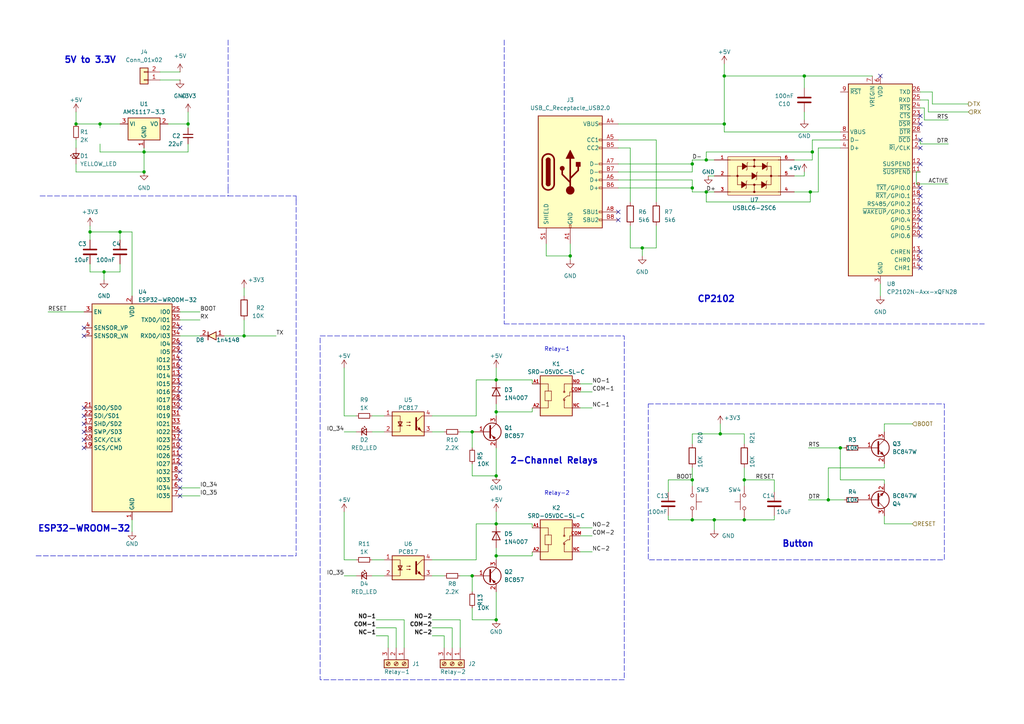
<source format=kicad_sch>
(kicad_sch (version 20231120) (generator "eeschema") (generator_version "8.0")
  (paper "User" 324.993 230.022)
  (title_block (title "ESP32 2 Channel Relays") (date "2024-11-16") (company "Uy"))
  (lib_symbols
    (symbol "+5V_1" (power) (pin_numbers hide) (pin_names (offset 0) hide)
      (property "Value" "+5V" (at 0 3.556 0))
      (symbol "+5V_1_1_1"
        (pin power_in line (at 0 0 90) (length 0) (name "~") (number "1"))
      )
    )
    (symbol "1N4007_1" (pin_numbers hide) (pin_names hide)
      (property "Reference" "D" (at 0 2.54 0))
      (property "Value" "1N4007" (at 0 -2.54 0))
      (symbol "1N4007_1_1_1"
        (pin passive line (at -3.81 0 0) (length 2.54) (name "K") (number "1"))
        (pin passive line (at 3.81 0 180) (length 2.54) (name "A") (number "2"))
      )
    )
    (symbol "1N4007_2" (pin_numbers hide) (pin_names hide)
      (property "Reference" "D" (at 0 2.54 0))
      (property "Value" "1N4007" (at 0 -2.54 0))
      (symbol "1N4007_2_1_1"
        (pin passive line (at -3.81 0 0) (length 2.54) (name "K") (number "1"))
        (pin passive line (at 3.81 0 180) (length 2.54) (name "A") (number "2"))
      )
    )
    (symbol "Connector:Screw_Terminal_01x03" (pin_names (offset 1.016) hide)
      (property "Reference" "J" (at 0 5.08 0))
      (property "Value" "Screw_Terminal_01x03" (at 0 -5.08 0))
      (symbol "Screw_Terminal_01x03_1_1"
        (pin passive line (at -5.08 2.54 0) (length 3.81) (name "Pin_1") (number "1"))
        (pin passive line (at -5.08 0 0) (length 3.81) (name "Pin_2") (number "2"))
        (pin passive line (at -5.08 -2.54 0) (length 3.81) (name "Pin_3") (number "3"))
      )
    )
    (symbol "Connector:USB_C_Receptacle_USB2.0" (pin_names (offset 1.016))
      (property "Reference" "J" (at -10.16 19.05 0))
      (property "Value" "USB_C_Receptacle_USB2.0" (at 19.05 19.05 0))
      (symbol "USB_C_Receptacle_USB2.0_1_1"
        (pin passive line (at 0 -22.86 90) (length 5.08) (name "GND") (number "A1"))
        (pin passive line (at 0 -22.86 90) (length 5.08) hide (name "GND") (number "A12"))
        (pin passive line (at 15.24 15.24 180) (length 5.08) (name "VBUS") (number "A4"))
        (pin bidirectional line (at 15.24 10.16 180) (length 5.08) (name "CC1") (number "A5"))
        (pin bidirectional line (at 15.24 -2.54 180) (length 5.08) (name "D+") (number "A6"))
        (pin bidirectional line (at 15.24 2.54 180) (length 5.08) (name "D-") (number "A7"))
        (pin bidirectional line (at 15.24 -12.7 180) (length 5.08) (name "SBU1") (number "A8"))
        (pin passive line (at 15.24 15.24 180) (length 5.08) hide (name "VBUS") (number "A9"))
        (pin passive line (at 0 -22.86 90) (length 5.08) hide (name "GND") (number "B1"))
        (pin passive line (at 0 -22.86 90) (length 5.08) hide (name "GND") (number "B12"))
        (pin passive line (at 15.24 15.24 180) (length 5.08) hide (name "VBUS") (number "B4"))
        (pin bidirectional line (at 15.24 7.62 180) (length 5.08) (name "CC2") (number "B5"))
        (pin bidirectional line (at 15.24 -5.08 180) (length 5.08) (name "D+") (number "B6"))
        (pin bidirectional line (at 15.24 0 180) (length 5.08) (name "D-") (number "B7"))
        (pin bidirectional line (at 15.24 -15.24 180) (length 5.08) (name "SBU2") (number "B8"))
        (pin passive line (at 15.24 15.24 180) (length 5.08) hide (name "VBUS") (number "B9"))
        (pin passive line (at -7.62 -22.86 90) (length 5.08) (name "SHIELD") (number "S1"))
      )
    )
    (symbol "Device:C" (pin_numbers hide) (pin_names (offset 0.254))
      (property "Reference" "C" (at 0.635 2.54 0))
      (property "Value" "C" (at 0.635 -2.54 0))
      (symbol "C_1_1"
        (pin passive line (at 0 3.81 270) (length 2.794) (name "~") (number "1"))
        (pin passive line (at 0 -3.81 90) (length 2.794) (name "~") (number "2"))
      )
    )
    (symbol "Device:C_Small" (pin_numbers hide) (pin_names (offset 0.254) hide)
      (property "Reference" "C" (at 0.254 1.778 0))
      (property "Value" "C_Small" (at 0.254 -2.032 0))
      (symbol "C_Small_1_1"
        (pin passive line (at 0 2.54 270) (length 2.032) (name "~") (number "1"))
        (pin passive line (at 0 -2.54 90) (length 2.032) (name "~") (number "2"))
      )
    )
    (symbol "Device:LED_Small" (pin_numbers hide) (pin_names (offset 0.254) hide)
      (property "Reference" "D" (at -1.27 3.175 0))
      (property "Value" "LED_Small" (at -4.445 -2.54 0))
      (symbol "LED_Small_1_1"
        (pin passive line (at -2.54 0 0) (length 1.778) (name "K") (number "1"))
        (pin passive line (at 2.54 0 180) (length 1.778) (name "A") (number "2"))
      )
    )
    (symbol "Device:R" (pin_numbers hide) (pin_names (offset 0))
      (property "Reference" "R" (at 2.032 0 90))
      (property "Value" "R" (at 0 0 90))
      (symbol "R_1_1"
        (pin passive line (at 0 3.81 270) (length 1.27) (name "~") (number "1"))
        (pin passive line (at 0 -3.81 90) (length 1.27) (name "~") (number "2"))
      )
    )
    (symbol "Device:R_Small" (pin_numbers hide) (pin_names (offset 0.254) hide)
      (property "Reference" "R" (at 0.762 0.508 0))
      (property "Value" "R_Small" (at 0.762 -1.016 0))
      (symbol "R_Small_1_1"
        (pin passive line (at 0 2.54 270) (length 0.762) (name "~") (number "1"))
        (pin passive line (at 0 -2.54 90) (length 0.762) (name "~") (number "2"))
      )
    )
    (symbol "GND_1" (power) (pin_numbers hide) (pin_names (offset 0) hide)
      (property "Value" "GND" (at 0 -3.81 0))
      (symbol "GND_1_1_1"
        (pin power_in line (at 0 0 270) (length 0) (name "~") (number "1"))
      )
    )
    (symbol "IVS_SYMBOLS:D_Diode"
      (property "Reference" "D" (at 0 2.54 0))
      (property "Value" "D_Diode" (at 0 -2.54 0))
      (symbol "D_Diode_1_1"
        (pin passive line (at 5.08 0 180) (length 2.54) (name "") (number "1"))
        (pin passive line (at -2.54 0 0) (length 2.54) (name "") (number "2"))
      )
    )
    (symbol "IVS_SYMBOLS:USBLC6-2SC6" (pin_names (offset 1.016))
      (property "Reference" "U" (at -7.874 6.604 0))
      (property "Value" "USBLC6-2SC6" (at -7.366 -7.366 0))
      (symbol "USBLC6-2SC6_0_0"
        (pin bidirectional line (at -12.7 5.08 0) (length 5.08) (name "~") (number "1"))
        (pin power_in line (at -12.7 0 0) (length 5.08) (name "~") (number "2"))
        (pin bidirectional line (at -12.7 -5.08 0) (length 5.08) (name "~") (number "3"))
        (pin bidirectional line (at 12.7 -5.08 180) (length 5.08) (name "~") (number "4"))
        (pin power_in line (at 12.7 0 180) (length 5.08) (name "~") (number "5"))
        (pin bidirectional line (at 12.7 5.08 180) (length 5.08) (name "~") (number "6"))
      )
    )
    (symbol "Interface_USB:CP2102N-Axx-xQFN28"
      (property "Reference" "U" (at -8.89 31.75 0))
      (property "Value" "CP2102N-Axx-xQFN28" (at 12.7 31.75 0))
      (symbol "CP2102N-Axx-xQFN28_1_1"
        (pin input line (at 12.7 12.7 180) (length 2.54) (name "~{DCD}") (number "1"))
        (pin no_connect line (at -10.16 -27.94 0) (length 2.54) hide (name "NC") (number "10"))
        (pin output line (at 12.7 2.54 180) (length 2.54) (name "~{SUSPEND}") (number "11"))
        (pin output line (at 12.7 5.08 180) (length 2.54) (name "SUSPEND") (number "12"))
        (pin output line (at 12.7 -22.86 180) (length 2.54) (name "CHREN") (number "13"))
        (pin output line (at 12.7 -27.94 180) (length 2.54) (name "CHR1") (number "14"))
        (pin output line (at 12.7 -25.4 180) (length 2.54) (name "CHR0") (number "15"))
        (pin bidirectional line (at 12.7 -10.16 180) (length 2.54) (name "~{WAKEUP}/GPIO.3") (number "16"))
        (pin bidirectional line (at 12.7 -7.62 180) (length 2.54) (name "RS485/GPIO.2") (number "17"))
        (pin bidirectional line (at 12.7 -5.08 180) (length 2.54) (name "~{RXT}/GPIO.1") (number "18"))
        (pin bidirectional line (at 12.7 -2.54 180) (length 2.54) (name "~{TXT}/GPIO.0") (number "19"))
        (pin bidirectional line (at 12.7 10.16 180) (length 2.54) (name "~{RI}/CLK") (number "2"))
        (pin bidirectional line (at 12.7 -17.78 180) (length 2.54) (name "GPIO.6") (number "20"))
        (pin bidirectional line (at 12.7 -15.24 180) (length 2.54) (name "GPIO.5") (number "21"))
        (pin bidirectional line (at 12.7 -12.7 180) (length 2.54) (name "GPIO.4") (number "22"))
        (pin input line (at 12.7 20.32 180) (length 2.54) (name "~{CTS}") (number "23"))
        (pin output line (at 12.7 22.86 180) (length 2.54) (name "~{RTS}") (number "24"))
        (pin input line (at 12.7 25.4 180) (length 2.54) (name "RXD") (number "25"))
        (pin output line (at 12.7 27.94 180) (length 2.54) (name "TXD") (number "26"))
        (pin input line (at 12.7 17.78 180) (length 2.54) (name "~{DSR}") (number "27"))
        (pin output line (at 12.7 15.24 180) (length 2.54) (name "~{DTR}") (number "28"))
        (pin passive line (at 0 -33.02 90) (length 2.54) hide (name "GND") (number "29"))
        (pin power_in line (at 0 -33.02 90) (length 2.54) (name "GND") (number "3"))
        (pin bidirectional line (at -12.7 10.16 0) (length 2.54) (name "D+") (number "4"))
        (pin bidirectional line (at -12.7 12.7 0) (length 2.54) (name "D-") (number "5"))
        (pin power_in line (at 0 33.02 270) (length 2.54) (name "VDD") (number "6"))
        (pin power_in line (at -2.54 33.02 270) (length 2.54) (name "VREGIN") (number "7"))
        (pin input line (at -12.7 15.24 0) (length 2.54) (name "VBUS") (number "8"))
        (pin input line (at -12.7 27.94 0) (length 2.54) (name "~{RST}") (number "9"))
      )
    )
    (symbol "PC817_1" (pin_names (offset 1.016))
      (property "Reference" "U" (at -5.08 5.08 0))
      (property "Value" "PC817" (at 0 5.08 0))
      (symbol "PC817_1_1_1"
        (pin passive line (at -7.62 2.54 0) (length 2.54) (name "~") (number "1"))
        (pin passive line (at -7.62 -2.54 0) (length 2.54) (name "~") (number "2"))
        (pin passive line (at 7.62 -2.54 180) (length 2.54) (name "~") (number "3"))
        (pin passive line (at 7.62 2.54 180) (length 2.54) (name "~") (number "4"))
      )
    )
    (symbol "PC817_2" (pin_names (offset 1.016))
      (property "Reference" "U" (at -5.08 5.08 0))
      (property "Value" "PC817" (at 0 5.08 0))
      (symbol "PC817_2_1_1"
        (pin passive line (at -7.62 2.54 0) (length 2.54) (name "~") (number "1"))
        (pin passive line (at -7.62 -2.54 0) (length 2.54) (name "~") (number "2"))
        (pin passive line (at 7.62 -2.54 180) (length 2.54) (name "~") (number "3"))
        (pin passive line (at 7.62 2.54 180) (length 2.54) (name "~") (number "4"))
      )
    )
    (symbol "SRD-05VDC-SL-C_1" (pin_names (offset 1.016))
      (property "Reference" "K" (at -5.0809 5.843 0))
      (property "Value" "SRD-05VDC-SL-C" (at -5.0832 -10.1664 0))
      (symbol "SRD-05VDC-SL-C_1_0_0"
        (pin passive line (at -7.62 2.54 0) (length 2.54) (name "~") (number "A1"))
        (pin passive line (at -7.62 -5.08 0) (length 2.54) (name "~") (number "A2"))
        (pin passive line (at 7.62 0 180) (length 2.54) (name "~") (number "COM"))
        (pin passive line (at 7.62 -5.08 180) (length 2.54) (name "~") (number "NC"))
        (pin passive line (at 7.62 2.54 180) (length 2.54) (name "~") (number "NO"))
      )
    )
    (symbol "SRD-05VDC-SL-C_2" (pin_names (offset 1.016))
      (property "Reference" "K" (at -5.0809 5.843 0))
      (property "Value" "SRD-05VDC-SL-C" (at -5.0832 -10.1664 0))
      (symbol "SRD-05VDC-SL-C_2_0_0"
        (pin passive line (at -7.62 2.54 0) (length 2.54) (name "~") (number "A1"))
        (pin passive line (at -7.62 -5.08 0) (length 2.54) (name "~") (number "A2"))
        (pin passive line (at 7.62 0 180) (length 2.54) (name "~") (number "COM"))
        (pin passive line (at 7.62 -5.08 180) (length 2.54) (name "~") (number "NC"))
        (pin passive line (at 7.62 2.54 180) (length 2.54) (name "~") (number "NO"))
      )
    )
    (symbol "Switch:SW_Push" (pin_numbers hide) (pin_names (offset 1.016) hide)
      (property "Reference" "SW" (at 1.27 2.54 0))
      (property "Value" "SW_Push" (at 0 -1.524 0))
      (symbol "SW_Push_0_1"
        (pin passive line (at -5.08 0 0) (length 2.54) (name "1") (number "1"))
        (pin passive line (at 5.08 0 180) (length 2.54) (name "2") (number "2"))
      )
    )
    (symbol "Transistor_BJT:BC847W" (pin_names (offset 0) hide)
      (property "Reference" "Q" (at 5.08 1.905 0))
      (property "Value" "BC847W" (at 5.08 0 0))
      (symbol "BC847W_1_1"
        (pin input line (at -5.08 0 0) (length 5.715) (name "B") (number "1"))
        (pin passive line (at 2.54 -5.08 90) (length 2.54) (name "E") (number "2"))
        (pin passive line (at 2.54 5.08 270) (length 2.54) (name "C") (number "3"))
      )
    )
    (symbol "Transistor_BJT:BC857" (pin_names (offset 0) hide)
      (property "Reference" "Q" (at 5.08 1.905 0))
      (property "Value" "BC857" (at 5.08 0 0))
      (symbol "BC857_1_1"
        (pin input line (at -5.08 0 0) (length 5.715) (name "B") (number "1"))
        (pin passive line (at 2.54 -5.08 90) (length 2.54) (name "E") (number "2"))
        (pin passive line (at 2.54 5.08 270) (length 2.54) (name "C") (number "3"))
      )
    )
    (symbol "TrungThao7112024:Conn_01x02" (pin_names (offset 1.016) hide)
      (property "Reference" "J" (at 0 2.54 0))
      (property "Value" "Conn_01x02" (at 0 -5.08 0))
      (symbol "Conn_01x02_1_1"
        (pin passive line (at -5.08 0 0) (length 3.81) (name "Pin_1") (number "1"))
        (pin passive line (at -5.08 -2.54 0) (length 3.81) (name "Pin_2") (number "2"))
      )
    )
    (symbol "local_lib:AMS1117-3.3"
      (property "Reference" "U" (at -3.81 3.175 0))
      (property "Value" "AMS1117-3.3" (at 0 3.175 0))
      (symbol "AMS1117-3.3_1_1"
        (pin power_in line (at 0 -7.62 90) (length 2.54) (name "GND") (number "1"))
        (pin power_out line (at 7.62 0 180) (length 2.54) (name "VO") (number "2"))
        (pin power_in line (at -7.62 0 0) (length 2.54) (name "VI") (number "3"))
      )
    )
    (symbol "local_lib:ESP32-WROOM-32"
      (property "Reference" "U" (at -12.7 34.29 0))
      (property "Value" "ESP32-WROOM-32" (at 1.27 34.29 0))
      (symbol "ESP32-WROOM-32_1_1"
        (pin power_in line (at 0 -35.56 90) (length 2.54) (name "GND") (number "1"))
        (pin bidirectional line (at 15.24 -12.7 180) (length 2.54) (name "IO25") (number "10"))
        (pin bidirectional line (at 15.24 -15.24 180) (length 2.54) (name "IO26") (number "11"))
        (pin bidirectional line (at 15.24 -17.78 180) (length 2.54) (name "IO27") (number "12"))
        (pin bidirectional line (at 15.24 10.16 180) (length 2.54) (name "IO14") (number "13"))
        (pin bidirectional line (at 15.24 15.24 180) (length 2.54) (name "IO12") (number "14"))
        (pin passive line (at 0 -35.56 90) (length 2.54) hide (name "GND") (number "15"))
        (pin bidirectional line (at 15.24 12.7 180) (length 2.54) (name "IO13") (number "16"))
        (pin bidirectional line (at -15.24 -5.08 0) (length 2.54) (name "SHD/SD2") (number "17"))
        (pin bidirectional line (at -15.24 -7.62 0) (length 2.54) (name "SWP/SD3") (number "18"))
        (pin bidirectional line (at -15.24 -12.7 0) (length 2.54) (name "SCS/CMD") (number "19"))
        (pin power_in line (at 0 35.56 270) (length 2.54) (name "VDD") (number "2"))
        (pin bidirectional line (at -15.24 -10.16 0) (length 2.54) (name "SCK/CLK") (number "20"))
        (pin bidirectional line (at -15.24 0 0) (length 2.54) (name "SDO/SD0") (number "21"))
        (pin bidirectional line (at -15.24 -2.54 0) (length 2.54) (name "SDI/SD1") (number "22"))
        (pin bidirectional line (at 15.24 7.62 180) (length 2.54) (name "IO15") (number "23"))
        (pin bidirectional line (at 15.24 25.4 180) (length 2.54) (name "IO2") (number "24"))
        (pin bidirectional line (at 15.24 30.48 180) (length 2.54) (name "IO0") (number "25"))
        (pin bidirectional line (at 15.24 20.32 180) (length 2.54) (name "IO4") (number "26"))
        (pin bidirectional line (at 15.24 5.08 180) (length 2.54) (name "IO16") (number "27"))
        (pin bidirectional line (at 15.24 2.54 180) (length 2.54) (name "IO17") (number "28"))
        (pin bidirectional line (at 15.24 17.78 180) (length 2.54) (name "IO5") (number "29"))
        (pin input line (at -15.24 30.48 0) (length 2.54) (name "EN") (number "3"))
        (pin bidirectional line (at 15.24 0 180) (length 2.54) (name "IO18") (number "30"))
        (pin bidirectional line (at 15.24 -2.54 180) (length 2.54) (name "IO19") (number "31"))
        (pin no_connect line (at -12.7 -27.94 0) (length 2.54) hide (name "NC") (number "32"))
        (pin bidirectional line (at 15.24 -5.08 180) (length 2.54) (name "IO21") (number "33"))
        (pin bidirectional line (at 15.24 22.86 180) (length 2.54) (name "RXD0/IO3") (number "34"))
        (pin bidirectional line (at 15.24 27.94 180) (length 2.54) (name "TXD0/IO1") (number "35"))
        (pin bidirectional line (at 15.24 -7.62 180) (length 2.54) (name "IO22") (number "36"))
        (pin bidirectional line (at 15.24 -10.16 180) (length 2.54) (name "IO23") (number "37"))
        (pin passive line (at 0 -35.56 90) (length 2.54) hide (name "GND") (number "38"))
        (pin passive line (at 0 -35.56 90) (length 2.54) hide (name "GND") (number "39"))
        (pin input line (at -15.24 25.4 0) (length 2.54) (name "SENSOR_VP") (number "4"))
        (pin input line (at -15.24 22.86 0) (length 2.54) (name "SENSOR_VN") (number "5"))
        (pin input line (at 15.24 -25.4 180) (length 2.54) (name "IO34") (number "6"))
        (pin input line (at 15.24 -27.94 180) (length 2.54) (name "IO35") (number "7"))
        (pin bidirectional line (at 15.24 -20.32 180) (length 2.54) (name "IO32") (number "8"))
        (pin bidirectional line (at 15.24 -22.86 180) (length 2.54) (name "IO33") (number "9"))
      )
    )
    (symbol "power:+3.3V" (power) (pin_names (offset 0))
      (property "Value" "+3.3V" (at 0 3.556 0))
      (symbol "+3.3V_1_1"
        (pin power_in line (at 0 0 90) (length 0) hide (name "+3.3V") (number "1"))
      )
    )
    (symbol "power:+3V3" (power) (pin_names (offset 0))
      (property "Value" "+3V3" (at 0 3.556 0))
      (symbol "+3V3_1_1"
        (pin power_in line (at 0 0 90) (length 0) hide (name "+3V3") (number "1"))
      )
    )
    (symbol "power:+5V" (power) (pin_names (offset 0))
      (property "Value" "+5V" (at 0 3.556 0))
      (symbol "+5V_1_1"
        (pin power_in line (at 0 0 90) (length 0) hide (name "+5V") (number "1"))
      )
    )
    (symbol "power:GND" (power) (pin_names (offset 0))
      (property "Value" "GND" (at 0 -3.81 0))
      (symbol "GND_1_1"
        (pin power_in line (at 0 0 270) (length 0) hide (name "GND") (number "1"))
      )
    )
  )
  (junction (at 45.72 48.26))
  (junction (at 77.47 106.68))
  (junction (at 236.22 165.1))
  (junction (at 149.86 137.16))
  (junction (at 229.87 24.13))
  (junction (at 255.27 24.13))
  (junction (at 24.13 39.37))
  (junction (at 266.7 142.24))
  (junction (at 229.87 39.37))
  (junction (at 226.695 165.1))
  (junction (at 157.48 151.13))
  (junction (at 38.1 73.66))
  (junction (at 45.72 54.61))
  (junction (at 224.155 60.96))
  (junction (at 236.22 152.4))
  (junction (at 224.155 50.8))
  (junction (at 180.975 81.28))
  (junction (at 219.71 165.1))
  (junction (at 262.89 158.75))
  (junction (at 219.71 52.07))
  (junction (at 228.6 137.795))
  (junction (at 157.48 196.85))
  (junction (at 31.75 39.37))
  (junction (at 157.48 120.65))
  (junction (at 257.175 60.96))
  (junction (at 157.48 130.81))
  (junction (at 157.48 166.37))
  (junction (at 219.71 152.4))
  (junction (at 28.575 73.66))
  (junction (at 219.71 59.69))
  (junction (at 157.48 176.53))
  (junction (at 257.81 48.26))
  (junction (at 149.86 182.88))
  (junction (at 203.835 78.74))
  (junction (at 59.69 39.37))
  (junction (at 33.02 86.36))
  (no_connect (at 57.15 121.92))
  (no_connect (at 292.1 64.77))
  (no_connect (at 292.1 69.85))
  (no_connect (at 26.67 137.16))
  (no_connect (at 292.1 46.99))
  (no_connect (at 57.15 154.94))
  (no_connect (at 57.15 119.38))
  (no_connect (at 292.1 59.69))
  (no_connect (at 26.67 106.68))
  (no_connect (at 57.15 104.14))
  (no_connect (at 57.15 111.76))
  (no_connect (at 57.15 109.22))
  (no_connect (at 57.15 149.86))
  (no_connect (at 292.1 62.23))
  (no_connect (at 292.1 52.07))
  (no_connect (at 57.15 129.54))
  (no_connect (at 57.15 142.24))
  (no_connect (at 292.1 44.45))
  (no_connect (at 292.1 36.83))
  (no_connect (at 57.15 124.46))
  (no_connect (at 292.1 67.31))
  (no_connect (at 26.67 104.14))
  (no_connect (at 57.15 127))
  (no_connect (at 57.15 152.4))
  (no_connect (at 292.1 72.39))
  (no_connect (at 57.15 116.84))
  (no_connect (at 26.67 142.24))
  (no_connect (at 279.4 24.13))
  (no_connect (at 57.15 157.48))
  (no_connect (at 292.1 74.93))
  (no_connect (at 292.1 80.01))
  (no_connect (at 292.1 85.09))
  (no_connect (at 26.67 139.7))
  (no_connect (at 196.215 67.31))
  (no_connect (at 26.67 129.54))
  (no_connect (at 57.15 144.78))
  (no_connect (at 26.67 132.08))
  (no_connect (at 292.1 82.55))
  (no_connect (at 57.15 114.3))
  (no_connect (at 292.1 39.37))
  (no_connect (at 26.67 134.62))
  (no_connect (at 57.15 147.32))
  (no_connect (at 57.15 137.16))
  (no_connect (at 196.215 69.85))
  (no_connect (at 57.15 139.7))
  (wire (pts (xy 257.81 44.45) (xy 266.7 44.45)))
  (wire (pts (xy 196.215 57.15) (xy 219.71 57.15)))
  (wire (pts (xy 123.19 201.93) (xy 123.19 205.74)))
  (wire (pts (xy 24.13 44.45) (xy 24.13 46.99)))
  (wire (pts (xy 219.71 164.465) (xy 219.71 165.1)))
  (wire (pts (xy 229.87 24.13) (xy 229.87 39.37)))
  (wire (pts (xy 149.86 193.04) (xy 149.86 196.85)))
  (wire (pts (xy 219.71 165.1) (xy 226.695 165.1)))
  (wire (pts (xy 118.11 132.08) (xy 121.92 132.08)))
  (wire (pts (xy 266.7 142.24) (xy 266.7 152.4)))
  (wire (pts (xy 212.09 163.83) (xy 212.09 165.1)))
  (wire (pts (xy 77.47 106.68) (xy 87.63 106.68)))
  (wire (pts (xy 228.6 134.62) (xy 228.6 137.795)))
  (wire (pts (xy 184.15 167.64) (xy 187.96 167.64)))
  (wire (pts (xy 57.15 106.68) (xy 63.5 106.68)))
  (wire (pts (xy 219.71 137.795) (xy 228.6 137.795)))
  (wire (pts (xy 212.09 165.1) (xy 219.71 165.1)))
  (wire (pts (xy 128.27 196.85) (xy 128.27 205.74)))
  (wire (pts (xy 157.48 142.24) (xy 157.48 151.13)))
  (wire (pts (xy 57.15 99.06) (xy 63.5 99.06)))
  (wire (pts (xy 224.155 50.8) (xy 219.71 50.8)))
  (polyline (pts (xy 72.39 62.23) (xy 93.98 62.23)) (stroke (width 0) (type dash)))
  (polyline (pts (xy 160.02 12.7) (xy 160.02 102.87)) (stroke (width 0) (type dash)))
  (wire (pts (xy 257.175 64.135) (xy 257.175 60.96)))
  (wire (pts (xy 255.27 54.61) (xy 255.27 55.88)))
  (wire (pts (xy 180.975 81.28) (xy 180.975 77.47)))
  (wire (pts (xy 293.37 34.29) (xy 293.37 38.1)))
  (wire (pts (xy 50.8 22.86) (xy 57.15 22.86)))
  (wire (pts (xy 137.16 132.08) (xy 151.13 132.08)))
  (wire (pts (xy 50.8 25.4) (xy 57.15 25.4)))
  (wire (pts (xy 146.05 196.85) (xy 146.05 205.74)))
  (wire (pts (xy 33.02 86.36) (xy 33.02 88.9)))
  (wire (pts (xy 229.87 39.37) (xy 229.87 41.91)))
  (wire (pts (xy 57.15 157.48) (xy 63.5 157.48)))
  (wire (pts (xy 28.575 73.66) (xy 38.1 73.66)))
  (wire (pts (xy 119.38 201.93) (xy 123.19 201.93)))
  (wire (pts (xy 157.48 128.27) (xy 157.48 130.81)))
  (wire (pts (xy 173.355 77.47) (xy 173.355 81.28)))
  (wire (pts (xy 290.83 54.61) (xy 290.83 58.42)))
  (wire (pts (xy 157.48 176.53) (xy 157.48 177.8)))
  (wire (pts (xy 280.67 166.37) (xy 289.56 166.37)))
  (wire (pts (xy 24.13 52.07) (xy 24.13 54.61)))
  (wire (pts (xy 125.73 199.39) (xy 125.73 205.74)))
  (wire (pts (xy 38.1 39.37) (xy 31.75 39.37)))
  (wire (pts (xy 224.155 48.26) (xy 257.81 48.26)))
  (wire (pts (xy 226.695 60.96) (xy 224.155 60.96)))
  (wire (pts (xy 245.745 156.21) (xy 245.745 152.4)))
  (wire (pts (xy 77.47 101.6) (xy 77.47 106.68)))
  (wire (pts (xy 294.64 31.75) (xy 294.64 35.56)))
  (wire (pts (xy 257.81 50.8) (xy 257.81 48.26)))
  (wire (pts (xy 41.91 73.66) (xy 41.91 93.98)))
  (wire (pts (xy 292.1 34.29) (xy 293.37 34.29)))
  (polyline (pts (xy 93.98 62.23) (xy 93.98 63.5)) (stroke (width 0) (type dash)))
  (wire (pts (xy 255.27 35.56) (xy 255.27 38.1)))
  (wire (pts (xy 168.91 130.81) (xy 157.48 130.81)))
  (wire (pts (xy 292.1 45.72) (xy 300.99 45.72)))
  (wire (pts (xy 168.91 121.92) (xy 168.91 120.65)))
  (wire (pts (xy 184.15 129.54) (xy 187.96 129.54)))
  (wire (pts (xy 57.15 101.6) (xy 63.5 101.6)))
  (wire (pts (xy 295.91 29.21) (xy 295.91 33.02)))
  (wire (pts (xy 236.22 152.4) (xy 245.745 152.4)))
  (wire (pts (xy 212.09 152.4) (xy 219.71 152.4)))
  (wire (pts (xy 295.91 33.02) (xy 307.34 33.02)))
  (wire (pts (xy 208.28 78.74) (xy 203.835 78.74)))
  (wire (pts (xy 280.67 148.59) (xy 280.67 147.32)))
  (wire (pts (xy 57.15 154.94) (xy 63.5 154.94)))
  (wire (pts (xy 168.91 175.26) (xy 168.91 176.53)))
  (wire (pts (xy 280.67 148.59) (xy 262.89 148.59)))
  (wire (pts (xy 137.16 137.16) (xy 140.97 137.16)))
  (wire (pts (xy 219.71 152.4) (xy 219.71 154.305)))
  (polyline (pts (xy 11.43 176.53) (xy 93.98 176.53)) (stroke (width 0) (type dash)))
  (wire (pts (xy 236.22 140.97) (xy 236.22 137.795)))
  (wire (pts (xy 245.745 163.83) (xy 245.745 165.1)))
  (wire (pts (xy 280.67 134.62) (xy 289.56 134.62)))
  (wire (pts (xy 146.05 182.88) (xy 149.86 182.88)))
  (wire (pts (xy 200.025 64.135) (xy 200.025 46.99)))
  (wire (pts (xy 38.1 73.66) (xy 41.91 73.66)))
  (wire (pts (xy 24.13 35.56) (xy 24.13 39.37)))
  (wire (pts (xy 266.7 46.99) (xy 259.715 46.99)))
  (wire (pts (xy 146.05 137.16) (xy 149.86 137.16)))
  (polyline (pts (xy 160.02 102.87) (xy 312.42 102.87)) (stroke (width 0) (type dash)))
  (polyline (pts (xy 12.7 62.23) (xy 72.39 62.23)) (stroke (width 0) (type dash)))
  (wire (pts (xy 184.15 175.26) (xy 187.96 175.26)))
  (wire (pts (xy 59.69 35.56) (xy 59.69 39.37)))
  (wire (pts (xy 24.13 39.37) (xy 31.75 39.37)))
  (wire (pts (xy 26.67 99.06) (xy 15.24 99.06)))
  (wire (pts (xy 257.81 44.45) (xy 257.81 48.26)))
  (wire (pts (xy 279.4 90.17) (xy 279.4 93.98)))
  (wire (pts (xy 41.91 165.1) (xy 41.91 168.91)))
  (wire (pts (xy 157.48 173.99) (xy 157.48 176.53)))
  (wire (pts (xy 109.22 137.16) (xy 113.03 137.16)))
  (wire (pts (xy 256.54 142.24) (xy 266.7 142.24)))
  (wire (pts (xy 280.67 163.83) (xy 280.67 166.37)))
  (wire (pts (xy 45.72 48.26) (xy 45.72 54.61)))
  (wire (pts (xy 200.025 78.74) (xy 203.835 78.74)))
  (wire (pts (xy 255.27 55.88) (xy 252.095 55.88)))
  (wire (pts (xy 212.09 152.4) (xy 212.09 156.21)))
  (wire (pts (xy 229.87 39.37) (xy 196.215 39.37)))
  (wire (pts (xy 224.155 50.8) (xy 224.155 48.26)))
  (wire (pts (xy 168.91 166.37) (xy 157.48 166.37)))
  (polyline (pts (xy 72.39 12.7) (xy 72.39 59.69)) (stroke (width 0) (type dash)))
  (wire (pts (xy 149.86 151.13) (xy 157.48 151.13)))
  (wire (pts (xy 184.15 170.18) (xy 187.96 170.18)))
  (wire (pts (xy 203.835 78.74) (xy 203.835 81.28)))
  (wire (pts (xy 236.22 152.4) (xy 236.22 154.305)))
  (wire (pts (xy 45.72 48.26) (xy 59.69 48.26)))
  (wire (pts (xy 168.91 120.65) (xy 157.48 120.65)))
  (wire (pts (xy 168.91 176.53) (xy 157.48 176.53)))
  (wire (pts (xy 128.27 196.85) (xy 119.38 196.85)))
  (wire (pts (xy 137.16 201.93) (xy 140.97 201.93)))
  (wire (pts (xy 280.67 137.16) (xy 280.67 134.62)))
  (wire (pts (xy 38.1 73.66) (xy 38.1 76.2)))
  (wire (pts (xy 262.89 148.59) (xy 262.89 158.75)))
  (wire (pts (xy 140.97 201.93) (xy 140.97 205.74)))
  (wire (pts (xy 292.1 31.75) (xy 294.64 31.75)))
  (wire (pts (xy 219.71 57.15) (xy 219.71 59.69)))
  (wire (pts (xy 226.695 50.8) (xy 224.155 50.8)))
  (wire (pts (xy 109.22 182.88) (xy 113.03 182.88)))
  (wire (pts (xy 180.975 81.28) (xy 180.975 82.55)))
  (wire (pts (xy 219.71 148.59) (xy 219.71 152.4)))
  (wire (pts (xy 109.22 116.84) (xy 109.22 132.08)))
  (wire (pts (xy 28.575 83.82) (xy 28.575 86.36)))
  (wire (pts (xy 149.86 196.85) (xy 157.48 196.85)))
  (wire (pts (xy 109.22 132.08) (xy 113.03 132.08)))
  (wire (pts (xy 292.1 29.21) (xy 295.91 29.21)))
  (wire (pts (xy 149.86 147.32) (xy 149.86 151.13)))
  (wire (pts (xy 294.64 35.56) (xy 307.34 35.56)))
  (wire (pts (xy 118.11 177.8) (xy 121.92 177.8)))
  (wire (pts (xy 224.155 64.135) (xy 257.175 64.135)))
  (wire (pts (xy 208.28 71.755) (xy 208.28 78.74)))
  (wire (pts (xy 229.87 20.32) (xy 229.87 24.13)))
  (wire (pts (xy 196.215 44.45) (xy 208.28 44.45)))
  (wire (pts (xy 71.12 106.68) (xy 77.47 106.68)))
  (wire (pts (xy 151.13 120.65) (xy 157.48 120.65)))
  (wire (pts (xy 224.155 60.96) (xy 219.71 60.96)))
  (wire (pts (xy 200.025 46.99) (xy 196.215 46.99)))
  (wire (pts (xy 236.22 164.465) (xy 236.22 165.1)))
  (wire (pts (xy 109.22 162.56) (xy 109.22 177.8)))
  (polyline (pts (xy 72.39 59.69) (xy 72.39 62.23)) (stroke (width 0) (type dash)))
  (wire (pts (xy 236.22 137.795) (xy 228.6 137.795)))
  (wire (pts (xy 168.91 167.64) (xy 168.91 166.37)))
  (wire (pts (xy 125.73 199.39) (xy 119.38 199.39)))
  (wire (pts (xy 28.575 73.66) (xy 28.575 76.2)))
  (wire (pts (xy 236.22 165.1) (xy 245.745 165.1)))
  (wire (pts (xy 149.86 137.16) (xy 149.86 142.24)))
  (wire (pts (xy 236.22 148.59) (xy 236.22 152.4)))
  (wire (pts (xy 229.87 41.91) (xy 266.7 41.91)))
  (wire (pts (xy 196.215 54.61) (xy 219.71 54.61)))
  (wire (pts (xy 280.67 152.4) (xy 266.7 152.4)))
  (wire (pts (xy 118.11 182.88) (xy 121.92 182.88)))
  (wire (pts (xy 28.575 86.36) (xy 33.02 86.36)))
  (wire (pts (xy 157.48 162.56) (xy 157.48 166.37)))
  (wire (pts (xy 292.1 44.45) (xy 292.1 45.72)))
  (wire (pts (xy 226.695 165.1) (xy 236.22 165.1)))
  (wire (pts (xy 151.13 132.08) (xy 151.13 120.65)))
  (wire (pts (xy 280.67 153.67) (xy 280.67 152.4)))
  (wire (pts (xy 226.695 165.1) (xy 226.695 168.275)))
  (wire (pts (xy 33.02 86.36) (xy 38.1 86.36)))
  (wire (pts (xy 262.89 158.75) (xy 267.97 158.75)))
  (wire (pts (xy 143.51 199.39) (xy 137.16 199.39)))
  (wire (pts (xy 31.75 45.72) (xy 31.75 48.26)))
  (wire (pts (xy 109.22 177.8) (xy 113.03 177.8)))
  (wire (pts (xy 59.69 39.37) (xy 59.69 40.64)))
  (wire (pts (xy 256.54 158.75) (xy 262.89 158.75)))
  (wire (pts (xy 77.47 93.98) (xy 77.47 91.44)))
  (wire (pts (xy 59.69 48.26) (xy 59.69 45.72)))
  (wire (pts (xy 252.095 60.96) (xy 257.175 60.96)))
  (polyline (pts (xy 93.98 63.5) (xy 93.98 176.53)) (stroke (width 0) (type dash)))
  (wire (pts (xy 219.71 54.61) (xy 219.71 52.07)))
  (wire (pts (xy 53.34 39.37) (xy 59.69 39.37)))
  (wire (pts (xy 157.48 187.96) (xy 157.48 196.85)))
  (wire (pts (xy 143.51 199.39) (xy 143.51 205.74)))
  (wire (pts (xy 173.355 81.28) (xy 180.975 81.28)))
  (wire (pts (xy 31.75 48.26) (xy 45.72 48.26)))
  (wire (pts (xy 255.27 24.13) (xy 255.27 27.94)))
  (wire (pts (xy 137.16 182.88) (xy 140.97 182.88)))
  (wire (pts (xy 196.215 59.69) (xy 219.71 59.69)))
  (wire (pts (xy 45.72 46.99) (xy 45.72 48.26)))
  (wire (pts (xy 157.48 130.81) (xy 157.48 132.08)))
  (wire (pts (xy 151.13 177.8) (xy 151.13 166.37)))
  (wire (pts (xy 266.7 142.24) (xy 267.97 142.24)))
  (wire (pts (xy 196.215 52.07) (xy 219.71 52.07)))
  (wire (pts (xy 259.715 46.99) (xy 259.715 60.96)))
  (wire (pts (xy 252.095 50.8) (xy 257.81 50.8)))
  (wire (pts (xy 168.91 129.54) (xy 168.91 130.81)))
  (wire (pts (xy 157.48 116.84) (xy 157.48 120.65)))
  (wire (pts (xy 184.15 124.46) (xy 187.96 124.46)))
  (wire (pts (xy 257.175 60.96) (xy 259.715 60.96)))
  (wire (pts (xy 219.71 60.96) (xy 219.71 59.69)))
  (wire (pts (xy 151.13 166.37) (xy 157.48 166.37)))
  (wire (pts (xy 31.75 39.37) (xy 31.75 40.64)))
  (wire (pts (xy 200.025 71.755) (xy 200.025 78.74)))
  (wire (pts (xy 24.13 54.61) (xy 45.72 54.61)))
  (wire (pts (xy 229.87 24.13) (xy 255.27 24.13)))
  (wire (pts (xy 149.86 182.88) (xy 149.86 187.96)))
  (wire (pts (xy 38.1 83.82) (xy 38.1 86.36)))
  (wire (pts (xy 146.05 196.85) (xy 137.16 196.85)))
  (wire (pts (xy 184.15 121.92) (xy 187.96 121.92)))
  (wire (pts (xy 224.155 60.96) (xy 224.155 64.135)))
  (wire (pts (xy 293.37 38.1) (xy 300.99 38.1)))
  (wire (pts (xy 226.695 55.88) (xy 224.79 55.88)))
  (wire (pts (xy 208.28 44.45) (xy 208.28 64.135)))
  (wire (pts (xy 292.1 54.61) (xy 290.83 54.61)))
  (wire (pts (xy 219.71 140.97) (xy 219.71 137.795)))
  (wire (pts (xy 28.575 71.755) (xy 28.575 73.66)))
  (wire (pts (xy 219.71 50.8) (xy 219.71 52.07)))
  (wire (pts (xy 137.16 177.8) (xy 151.13 177.8)))
  (wire (pts (xy 290.83 58.42) (xy 300.99 58.42)))
  (wire (pts (xy 118.11 137.16) (xy 121.92 137.16)))
  (wire (pts (xy 255.27 24.13) (xy 276.86 24.13)))
  (rectangle (start 101.6 106.68) (end 198.12 215.9) (stroke (width 0) (type dash)))
  (rectangle (start 205.74 128.27) (end 299.72 177.8) (stroke (width 0) (type dash)))
  (text "5V to 3.3V" (at 20.32 20.32 0) (effects (font (size 2 2) (thickness 0.4) (bold yes)) (justify left bottom)))
  (text "2-Channel Relays" (at 161.798 147.574 0) (effects (font (size 2 2) (bold yes)) (justify left bottom)))
  (text "Button\n" (at 248.158 173.99 0) (effects (font (size 2 2) (thickness 0.4) (bold yes)) (justify left bottom)))
  (text "Relay-1" (at 172.72 111.76 0) (effects (font (size 1.27 1.27)) (justify left bottom)))
  (text "Relay-2" (at 172.72 157.48 0) (effects (font (size 1.27 1.27)) (justify left bottom)))
  (text "ESP32-WROOM-32" (at 11.938 169.164 0) (effects (font (size 2 2) (bold yes)) (justify left bottom)))
  (text "CP2102\n" (at 221.234 96.266 0) (effects (font (size 2 2) (thickness 0.4) (bold yes)) (justify left bottom)))
  (label "NO-2" (at 137.16 196.85 180) (effects (font (bold yes))))
  (label "NO-1" (at 119.38 196.85 180) (effects (font (bold yes))))
  (label "RX" (at 63.5 101.6 0))
  (label "NO-1" (at 187.96 121.92 0))
  (label "BOOT" (at 219.71 152.4 180))
  (label "NC-2" (at 187.96 175.26 0))
  (label "IO_35" (at 109.22 182.88 180))
  (label "COM-1" (at 119.38 199.39 180) (effects (font (bold yes))))
  (label "NC-1" (at 187.96 129.54 0))
  (label "IO_34" (at 63.5 154.94 0))
  (label "COM-2" (at 137.16 199.39 180) (effects (font (bold yes))))
  (label "DTR" (at 300.99 45.72 180))
  (label "IO_34" (at 109.22 137.16 180))
  (label "IO_35" (at 63.5 157.48 0))
  (label "ACTIVE" (at 300.99 58.42 180))
  (label "RESET" (at 15.24 99.06 0))
  (label "TX" (at 87.63 106.68 0))
  (label "BOOT" (at 63.5 99.06 0))
  (label "COM-1" (at 187.96 124.46 0))
  (label "DTR" (at 256.54 158.75 0))
  (label "NC-2" (at 137.16 201.93 180) (effects (font (bold yes))))
  (label "COM-2" (at 187.96 170.18 0))
  (label "RTS" (at 256.54 142.24 0))
  (label "NC-1" (at 119.38 201.93 180) (effects (font (bold yes))))
  (label "RTS" (at 300.99 38.1 180))
  (label "NO-2" (at 187.96 167.64 0))
  (label "D+" (at 224.155 60.96 0))
  (label "D-" (at 219.71 50.8 0))
  (label "RESET" (at 245.745 152.4 180))
  (hierarchical_label "RX" (shape input) (at 307.34 35.56 0))
  (hierarchical_label "RESET" (shape input) (at 289.56 166.37 0))
  (hierarchical_label "BOOT" (shape input) (at 289.56 134.62 0))
  (hierarchical_label "TX" (shape output) (at 307.34 33.02 0))
  (symbol (lib_name "GND_1") (lib_id "power:GND") (at 57.15 25.4 0) (unit 1)
    (property "Reference" "#PWR09" (effects (hide yes)))
    (property "Value" "GND" (at 57.15 30.48 0))
    (property "Description" "Power symbol creates a global label with name \"GND\" , ground" (effects (hide yes)))
  )
  (symbol (lib_id "power:GND") (at 180.975 82.55 0) (unit 1)
    (property "Reference" "#PWR023" (effects (hide yes)))
    (property "Value" "GND" (at 180.975 87.63 0))
  )
  (symbol (lib_id "Device:C_Small") (at 59.69 43.18 0) (unit 1)
    (property "Reference" "C2" (at 54.61 43.18 0) (effects (justify left)))
    (property "Value" "22uF" (at 53.34 45.72 0) (effects (justify left)))
    (property "Footprint" "Capacitor_SMD:C_0201_0603Metric" (effects (hide yes)))
  )
  (symbol (lib_id "Device:LED_Small") (at 115.57 137.16 0) (unit 1)
    (property "Reference" "D2" (at 115.57 139.7 0))
    (property "Value" "RED_LED" (at 115.57 142.24 0))
    (property "Footprint" "LED_SMD:LED_0201_0603Metric" (effects (hide yes)))
  )
  (symbol (lib_id "Device:LED_Small") (at 115.57 182.88 0) (unit 1)
    (property "Reference" "D4" (at 115.57 185.42 0))
    (property "Value" "RED_LED" (at 115.57 187.96 0))
    (property "Footprint" "LED_SMD:LED_0201_0603Metric" (effects (hide yes)))
  )
  (symbol (lib_id "Device:R_Small") (at 149.86 144.78 180) (unit 1)
    (property "Reference" "R5" (at 152.4 144.78 90))
    (property "Value" "10K" (at 153.416 147.32 0))
    (property "Footprint" "Resistor_SMD:R_0603_1608Metric" (effects (hide yes)))
  )
  (symbol (lib_id "Device:R_Small") (at 270.51 142.24 90) (unit 1)
    (property "Reference" "R3" (at 270.51 139.7 90))
    (property "Value" "10K" (at 270.51 142.24 90))
    (property "Footprint" "Resistor_SMD:R_0603_1608Metric" (effects (hide yes)))
  )
  (symbol (lib_id "power:GND") (at 157.48 196.85 0) (unit 1)
    (property "Reference" "#PWR07" (effects (hide yes)))
    (property "Value" "GND" (at 157.48 200.66 0))
  )
  (symbol (lib_id "Device:R") (at 208.28 67.945 0) (mirror y) (unit 1)
    (property "Reference" "R7" (at 210.82 67.31 0) (effects (justify right)))
    (property "Value" "5k6" (at 210.82 69.85 0) (effects (justify right)))
    (property "Footprint" "Resistor_SMD:R_0805_2012Metric" (effects (hide yes)))
  )
  (symbol (lib_id "Transistor_BJT:BC847W") (at 278.13 142.24 0) (unit 1)
    (property "Reference" "Q3" (at 283.21 140.9699 0) (effects (justify left)))
    (property "Value" "BC847W" (at 283.21 143.5099 0) (effects (justify left)))
    (property "Footprint" "Package_TO_SOT_SMD:SOT-323_SC-70" (effects (hide yes)))
    (property "Datasheet" "http://www.infineon.com/dgdl/Infineon-BC847SERIES_BC848SERIES_BC849SERIES_BC850SERIES-DS-v01_01-en.pdf?fileId=db3a304314dca389011541d4630a1657" (effects (hide yes)))
    (property "Description" "0.1A Ic, 45V Vce, NPN Transistor, SOT-323" (effects (hide yes)))
  )
  (symbol (lib_name "SRD-05VDC-SL-C_1") (lib_id "local_lib:SRD-05VDC-SL-C") (at 176.53 124.46 0) (unit 1)
    (property "Reference" "K1" (at 176.53 115.57 0))
    (property "Value" "SRD-05VDC-SL-C" (at 176.53 118.11 0))
    (property "Footprint" "Shuzuko_footprint:RELAY_SRD-05VDC-SL-C" (effects (hide yes)))
    (property "MANUFACTURER" "SONGLE RELAY" (effects (hide yes)))
    (property "STANDARD" "IPC-7251" (effects (hide yes)))
  )
  (symbol (lib_name "1N4007_2") (lib_id "local_lib:1N4007") (at 157.48 170.18 270) (unit 1)
    (property "Reference" "D5" (at 160.02 169.545 90) (effects (justify left)))
    (property "Value" "1N4007" (at 160.02 172.085 90) (effects (justify left)))
    (property "Footprint" "Diode_SMD:D_SMA" (effects (hide yes)))
    (property "Datasheet" "http://www.vishay.com/docs/88503/1n4001.pdf" (effects (hide yes)))
    (property "Sim.Device" "D" (effects (hide yes)))
    (property "Sim.Pins" "1=K 2=A" (effects (hide yes)))
  )
  (symbol (lib_id "Switch:SW_Push") (at 219.71 159.385 270) (unit 1)
    (property "Reference" "SW3" (at 220.98 155.575 90) (effects (justify left)))
    (property "Value" "SW_Push" (effects (hide yes)))
    (property "Footprint" "Button_Switch_SMD:SW_Tactile_SPST_NO_Straight_CK_PTS636Sx25SMTRLFS" (effects (hide yes)))
  )
  (symbol (lib_id "Device:R_Small") (at 115.57 132.08 270) (unit 1)
    (property "Reference" "R9" (at 115.57 127 90))
    (property "Value" "1K" (at 115.57 129.54 90))
    (property "Footprint" "Resistor_SMD:R_0603_1608Metric" (effects (hide yes)))
  )
  (symbol (lib_id "power:GND") (at 41.91 168.91 0) (unit 1)
    (property "Reference" "#PWR08" (effects (hide yes)))
    (property "Value" "GND" (at 41.91 172.72 0))
  )
  (symbol (lib_id "power:+5V") (at 109.22 116.84 0) (unit 1)
    (property "Reference" "#PWR017" (effects (hide yes)))
    (property "Value" "+5V" (at 109.22 113.03 0))
  )
  (symbol (lib_id "power:+5V") (at 229.87 20.32 0) (unit 1)
    (property "Reference" "#PWR026" (effects (hide yes)))
    (property "Value" "+5V" (at 229.87 16.51 0))
  )
  (symbol (lib_id "local_lib:AMS1117-3.3") (at 45.72 39.37 0) (unit 1)
    (property "Reference" "U1" (at 45.72 33.02 0))
    (property "Value" "AMS1117-3.3" (at 45.72 35.56 0))
    (property "Footprint" "Shuzuko_footprint:SOT-223-3_TabPin2" (effects (hide yes)))
    (property "Datasheet" "http://www.advanced-monolithic.com/pdf/ds1117.pdf" (effects (hide yes)))
  )
  (symbol (lib_id "power:+3V3") (at 77.47 91.44 0) (unit 1)
    (property "Reference" "#PWR05" (effects (hide yes)))
    (property "Value" "+3V3" (at 81.28 88.9 0))
  )
  (symbol (lib_name "SRD-05VDC-SL-C_2") (lib_id "local_lib:SRD-05VDC-SL-C") (at 176.53 170.18 0) (unit 1)
    (property "Reference" "K2" (at 176.53 161.29 0))
    (property "Value" "SRD-05VDC-SL-C" (at 176.53 163.83 0))
    (property "Footprint" "Shuzuko_footprint:RELAY_SRD-05VDC-SL-C" (effects (hide yes)))
    (property "MANUFACTURER" "SONGLE RELAY" (effects (hide yes)))
    (property "STANDARD" "IPC-7251" (effects (hide yes)))
  )
  (symbol (lib_id "power:GND") (at 255.27 38.1 0) (unit 1)
    (property "Reference" "#PWR027" (effects (hide yes)))
    (property "Value" "GND" (at 255.27 43.18 0))
  )
  (symbol (lib_id "TrungThao7112024:Conn_01x02") (at 45.72 25.4 180) (unit 1)
    (property "Reference" "J4" (at 45.72 16.51 0))
    (property "Value" "Conn_01x02" (at 45.72 19.05 0))
    (property "Footprint" "TRUNGTHAO:Conn_XH-P2.54mm-2P" (effects (hide yes)))
    (property "Description" "Generic connector, single row, 01x02, script generated (kicad-library-utils/schlib/autogen/connector/)" (effects (hide yes)))
  )
  (symbol (lib_id "Device:R_Small") (at 270.51 158.75 90) (unit 1)
    (property "Reference" "R4" (at 270.51 156.21 90))
    (property "Value" "10K" (at 270.51 158.75 90))
    (property "Footprint" "Resistor_SMD:R_0603_1608Metric" (effects (hide yes)))
  )
  (symbol (lib_id "local_lib:ESP32-WROOM-32") (at 41.91 129.54 0) (unit 1)
    (property "Reference" "U4" (at 43.8659 92.71 0) (effects (justify left)))
    (property "Value" "ESP32-WROOM-32" (at 43.8659 95.25 0) (effects (justify left)))
    (property "Footprint" "Shuzuko_footprint:ESP32-WROOM-32" (effects (hide yes)))
    (property "Datasheet" "https://www.espressif.com/sites/default/files/documentation/esp32-wroom-32_datasheet_en.pdf" (effects (hide yes)))
  )
  (symbol (lib_name "PC817_1") (lib_id "local_lib:PC817") (at 129.54 134.62 0) (unit 1)
    (property "Reference" "U5" (at 129.54 127 0))
    (property "Value" "PC817" (at 129.54 129.54 0))
    (property "Footprint" "Shuzuko_footprint:SMDIP-4_W7.62mm" (effects (hide yes)))
    (property "Datasheet" "http://www.soselectronic.cz/a_info/resource/d/pc817.pdf" (effects (hide yes)))
  )
  (symbol (lib_id "Device:C") (at 212.09 160.02 0) (unit 1)
    (property "Reference" "C13" (at 208.28 157.48 0) (effects (justify left)))
    (property "Value" "100nF" (at 205.74 162.56 0) (effects (justify left)))
    (property "Footprint" "Capacitor_SMD:C_0201_0603Metric" (effects (hide yes)))
  )
  (symbol (lib_id "Device:R_Small") (at 115.57 177.8 270) (unit 1)
    (property "Reference" "R11" (at 115.57 172.72 90))
    (property "Value" "1K" (at 115.57 175.26 90))
    (property "Footprint" "Resistor_SMD:R_0603_1608Metric" (effects (hide yes)))
  )
  (symbol (lib_id "power:GND") (at 224.79 55.88 0) (unit 1)
    (property "Reference" "#PWR025" (effects (hide yes)))
    (property "Value" "GND" (at 224.79 54.61 0))
  )
  (symbol (lib_id "IVS_SYMBOLS:USBLC6-2SC6") (at 239.395 55.88 0) (unit 1)
    (property "Reference" "U7" (at 239.395 63.5 0))
    (property "Value" "USBLC6-2SC6" (at 239.395 66.04 0))
    (property "Footprint" "Package_TO_SOT_SMD:SOT-23-6" (effects (hide yes)))
    (property "Datasheet" "https://www.st.com/resource/en/datasheet/usblc6-2.pdf" (effects (hide yes)))
    (property "MF" "STMicroelectronics" (effects (hide yes)))
    (property "PURCHASE-URL" "https://pricing.snapeda.com/search/part/USBLC6-2SC6/?ref=eda" (effects (hide yes)))
    (property "PACKAGE" "SOT-23-6 STMicroelectronics" (effects (hide yes)))
    (property "PRICE" "None" (effects (hide yes)))
    (property "MP" "USBLC6-2SC6" (effects (hide yes)))
    (property "AVAILABILITY" "In Stock" (effects (hide yes)))
    (property "DESCRIPTION" "17V Clamp 5A (8/20µs) Ipp Tvs Diode Surface Mount SOT-23-6" (effects (hide yes)))
  )
  (symbol (lib_name "+5V_1") (lib_id "power:+5V") (at 57.15 22.86 0) (unit 1)
    (property "Reference" "#PWR06" (effects (hide yes)))
    (property "Value" "+5V" (at 57.15 17.78 0))
    (property "Description" "Power symbol creates a global label with name \"+5V\"" (effects (hide yes)))
  )
  (symbol (lib_id "Device:R_Small") (at 149.86 190.5 180) (unit 1)
    (property "Reference" "R13" (at 152.4 190.5 90))
    (property "Value" "10K" (at 153.416 193.04 0))
    (property "Footprint" "Resistor_SMD:R_0603_1608Metric" (effects (hide yes)))
  )
  (symbol (lib_id "Device:R") (at 236.22 144.78 0) (unit 1)
    (property "Reference" "R21" (at 238.76 140.97 90) (effects (justify left)))
    (property "Value" "10K" (at 238.76 148.59 90) (effects (justify left)))
    (property "Footprint" "Resistor_SMD:R_0603_1608Metric" (effects (hide yes)))
  )
  (symbol (lib_id "Device:R") (at 200.025 67.945 0) (mirror y) (unit 1)
    (property "Reference" "R6" (at 202.565 67.31 0) (effects (justify right)))
    (property "Value" "5k6" (at 202.565 69.85 0) (effects (justify right)))
    (property "Footprint" "Resistor_SMD:R_0805_2012Metric" (effects (hide yes)))
  )
  (symbol (lib_id "Connector:Screw_Terminal_01x03") (at 125.73 210.82 270) (unit 1)
    (property "Reference" "J1" (at 130.81 210.82 90) (effects (justify left)))
    (property "Value" "Relay-1" (at 121.92 213.36 90) (effects (justify left)))
    (property "Footprint" "TerminalBlock_Phoenix:TerminalBlock_Phoenix_MKDS-1,5-3-5.08_1x03_P5.08mm_Horizontal" (effects (hide yes)))
  )
  (symbol (lib_id "power:GND") (at 279.4 93.98 0) (unit 1)
    (property "Reference" "#PWR030" (effects (hide yes)))
    (property "Value" "GND" (at 279.4 99.06 0))
  )
  (symbol (lib_name "PC817_2") (lib_id "local_lib:PC817") (at 129.54 180.34 0) (unit 1)
    (property "Reference" "U6" (at 129.54 172.72 0))
    (property "Value" "PC817" (at 129.54 175.26 0))
    (property "Footprint" "Shuzuko_footprint:SMDIP-4_W7.62mm" (effects (hide yes)))
    (property "Datasheet" "http://www.soselectronic.cz/a_info/resource/d/pc817.pdf" (effects (hide yes)))
  )
  (symbol (lib_id "Device:C") (at 28.575 80.01 0) (unit 1)
    (property "Reference" "C3" (at 24.765 77.47 0) (effects (justify left)))
    (property "Value" "10uF" (at 23.495 82.55 0) (effects (justify left)))
    (property "Footprint" "Capacitor_SMD:C_0201_0603Metric" (effects (hide yes)))
  )
  (symbol (lib_id "Device:LED_Small") (at 24.13 49.53 90) (unit 1)
    (property "Reference" "D1" (at 25.4 49.53 90) (effects (justify right)))
    (property "Value" "YELLOW_LED" (at 25.4 52.07 90) (effects (justify right)))
    (property "Footprint" "LED_SMD:LED_0201_0603Metric" (effects (hide yes)))
  )
  (symbol (lib_id "Connector:USB_C_Receptacle_USB2.0") (at 180.975 54.61 0) (unit 1)
    (property "Reference" "J3" (at 180.975 31.75 0))
    (property "Value" "USB_C_Receptacle_USB2.0" (at 180.975 34.29 0))
    (property "Footprint" "Connector_USB:USB_C_Receptacle_GCT_USB4105-xx-A_16P_TopMnt_Horizontal" (effects (hide yes)))
    (property "Datasheet" "https://www.usb.org/sites/default/files/documents/usb_type-c.zip" (effects (hide yes)))
  )
  (symbol (lib_id "Transistor_BJT:BC857") (at 154.94 182.88 0) (unit 1)
    (property "Reference" "Q2" (at 160.02 181.6099 0) (effects (justify left)))
    (property "Value" "BC857" (at 160.02 184.1499 0) (effects (justify left)))
    (property "Footprint" "Package_TO_SOT_SMD:TSOT-23" (effects (hide yes)))
    (property "Datasheet" "https://www.onsemi.com/pub/Collateral/BC860-D.pdf" (effects (hide yes)))
    (property "Description" "0.1A Ic, 45V Vce, PNP Transistor, SOT-23" (effects (hide yes)))
  )
  (symbol (lib_id "Interface_USB:CP2102N-Axx-xQFN28") (at 279.4 57.15 0) (unit 1)
    (property "Reference" "U8" (at 281.4194 90.17 0) (effects (justify left)))
    (property "Value" "CP2102N-Axx-xQFN28" (at 281.4194 92.71 0) (effects (justify left)))
    (property "Footprint" "Package_DFN_QFN:QFN-28-1EP_5x5mm_P0.5mm_EP3.35x3.35mm" (effects (hide yes)))
    (property "Datasheet" "https://www.silabs.com/documents/public/data-sheets/cp2102n-datasheet.pdf" (effects (hide yes)))
  )
  (symbol (lib_id "Device:R") (at 219.71 144.78 0) (unit 1)
    (property "Reference" "R20" (at 222.25 140.97 90) (effects (justify left)))
    (property "Value" "10K" (at 222.25 148.59 90) (effects (justify left)))
    (property "Footprint" "Resistor_SMD:R_0603_1608Metric" (effects (hide yes)))
  )
  (symbol (lib_id "power:+3V3") (at 28.575 71.755 0) (unit 1)
    (property "Reference" "#PWR03" (effects (hide yes)))
    (property "Value" "+3V3" (at 28.575 67.31 0))
  )
  (symbol (lib_id "power:GND") (at 157.48 151.13 0) (unit 1)
    (property "Reference" "#PWR018" (effects (hide yes)))
    (property "Value" "GND" (at 157.48 154.94 0))
  )
  (symbol (lib_id "power:+3V3") (at 228.6 134.62 0) (unit 1)
    (property "Reference" "#PWR038" (effects (hide yes)))
    (property "Value" "+3V3" (at 232.41 132.715 0))
  )
  (symbol (lib_id "power:GND") (at 226.695 168.275 0) (unit 1)
    (property "Reference" "#PWR037" (effects (hide yes)))
    (property "Value" "GND" (at 231.14 170.18 0))
  )
  (symbol (lib_id "power:+5V") (at 157.48 116.84 0) (unit 1)
    (property "Reference" "#PWR019" (effects (hide yes)))
    (property "Value" "+5V" (at 157.48 113.03 0))
  )
  (symbol (lib_id "Transistor_BJT:BC847W") (at 278.13 158.75 0) (mirror x) (unit 1)
    (property "Reference" "Q4" (at 283.21 160.0201 0) (effects (justify left)))
    (property "Value" "BC847W" (at 283.21 157.4801 0) (effects (justify left)))
    (property "Footprint" "Package_TO_SOT_SMD:SOT-323_SC-70" (effects (hide yes)))
    (property "Datasheet" "http://www.infineon.com/dgdl/Infineon-BC847SERIES_BC848SERIES_BC849SERIES_BC850SERIES-DS-v01_01-en.pdf?fileId=db3a304314dca389011541d4630a1657" (effects (hide yes)))
    (property "Description" "0.1A Ic, 45V Vce, NPN Transistor, SOT-323" (effects (hide yes)))
  )
  (symbol (lib_id "Device:R") (at 77.47 97.79 0) (unit 1)
    (property "Reference" "R2" (at 81.28 97.79 0) (effects (justify left)))
    (property "Value" "10K" (at 80.01 100.33 0) (effects (justify left)))
    (property "Footprint" "Resistor_SMD:R_0603_1608Metric" (effects (hide yes)))
  )
  (symbol (lib_id "Switch:SW_Push") (at 236.22 159.385 90) (unit 1)
    (property "Reference" "SW4" (at 231.14 155.575 90) (effects (justify right)))
    (property "Value" "SW_Push" (effects (hide yes)))
    (property "Footprint" "Button_Switch_SMD:SW_Tactile_SPST_NO_Straight_CK_PTS636Sx25SMTRLFS" (effects (hide yes)))
  )
  (symbol (lib_id "Connector:Screw_Terminal_01x03") (at 143.51 210.82 270) (unit 1)
    (property "Reference" "J2" (at 148.59 210.82 90) (effects (justify left)))
    (property "Value" "Relay-2" (at 139.7 213.36 90) (effects (justify left)))
    (property "Footprint" "TerminalBlock_Phoenix:TerminalBlock_Phoenix_MKDS-1,5-3-5.08_1x03_P5.08mm_Horizontal" (effects (hide yes)))
  )
  (symbol (lib_id "power:GND") (at 203.835 81.28 0) (unit 1)
    (property "Reference" "#PWR024" (effects (hide yes)))
    (property "Value" "GND" (at 203.835 86.36 0))
  )
  (symbol (lib_id "Device:R_Small") (at 143.51 137.16 90) (unit 1)
    (property "Reference" "R10" (at 143.51 139.7 90))
    (property "Value" "2.2K" (at 143.51 142.24 90))
    (property "Footprint" "Resistor_SMD:R_0805_2012Metric" (effects (hide yes)))
  )
  (symbol (lib_id "power:+5V") (at 255.27 54.61 0) (unit 1)
    (property "Reference" "#PWR028" (effects (hide yes)))
    (property "Value" "+5V" (at 250.19 53.34 0) (effects (justify left)))
  )
  (symbol (lib_id "IVS_SYMBOLS:D_Diode") (at 66.04 106.68 0) (unit 1)
    (property "Reference" "D8" (at 63.5 107.95 0))
    (property "Value" "1n4148" (at 72.39 107.95 0))
    (property "Footprint" "Diode_SMD:D_SOD-123" (effects (hide yes)))
  )
  (symbol (lib_id "power:GND") (at 33.02 88.9 0) (unit 1)
    (property "Reference" "#PWR04" (effects (hide yes)))
    (property "Value" "GND" (at 33.02 93.98 0))
  )
  (symbol (lib_id "Device:C") (at 38.1 80.01 0) (unit 1)
    (property "Reference" "C4" (at 35.56 77.47 0) (effects (justify left)))
    (property "Value" "100nF" (at 30.48 82.55 0) (effects (justify left)))
    (property "Footprint" "Capacitor_SMD:C_0201_0603Metric" (effects (hide yes)))
  )
  (symbol (lib_id "power:+5V") (at 109.22 162.56 0) (unit 1)
    (property "Reference" "#PWR020" (effects (hide yes)))
    (property "Value" "+5V" (at 109.22 158.75 0))
  )
  (symbol (lib_id "power:+5V") (at 157.48 162.56 0) (unit 1)
    (property "Reference" "#PWR021" (effects (hide yes)))
    (property "Value" "+5V" (at 157.48 158.75 0))
  )
  (symbol (lib_id "power:+3.3V") (at 59.69 35.56 0) (unit 1)
    (property "Reference" "#PWR02" (effects (hide yes)))
    (property "Value" "+3V3" (at 59.69 30.48 0))
  )
  (symbol (lib_id "Device:C") (at 245.745 160.02 0) (unit 1)
    (property "Reference" "C14" (at 241.935 157.48 0) (effects (justify left)))
    (property "Value" "10uF" (at 246.38 162.56 0) (effects (justify left)))
    (property "Footprint" "Capacitor_SMD:C_0201_0603Metric" (effects (hide yes)))
  )
  (symbol (lib_id "Device:R_Small") (at 24.13 41.91 0) (unit 1)
    (property "Reference" "R1" (at 25.4 41.91 0) (effects (justify left)))
    (property "Value" "2K" (at 25.4 44.45 0) (effects (justify left)))
    (property "Footprint" "Resistor_SMD:R_0603_1608Metric" (effects (hide yes)))
  )
  (symbol (lib_id "Device:C") (at 255.27 31.75 180) (unit 1)
    (property "Reference" "C10" (at 248.92 33.02 0))
    (property "Value" "100nF" (at 248.92 30.48 0))
    (property "Footprint" "Capacitor_SMD:C_0201_0603Metric" (effects (hide yes)))
  )
  (symbol (lib_id "power:+5V") (at 24.13 35.56 0) (unit 1)
    (property "Reference" "#PWR01" (effects (hide yes)))
    (property "Value" "+5V" (at 24.13 31.75 0))
  )
  (symbol (lib_id "Transistor_BJT:BC857") (at 154.94 137.16 0) (unit 1)
    (property "Reference" "Q1" (at 160.02 135.8899 0) (effects (justify left)))
    (property "Value" "BC857" (at 160.02 138.4299 0) (effects (justify left)))
    (property "Footprint" "Package_TO_SOT_SMD:TSOT-23" (effects (hide yes)))
    (property "Datasheet" "https://www.onsemi.com/pub/Collateral/BC860-D.pdf" (effects (hide yes)))
    (property "Description" "0.1A Ic, 45V Vce, PNP Transistor, SOT-23" (effects (hide yes)))
  )
  (symbol (lib_name "1N4007_1") (lib_id "local_lib:1N4007") (at 157.48 124.46 270) (unit 1)
    (property "Reference" "D3" (at 160.02 123.825 90) (effects (justify left)))
    (property "Value" "1N4007" (at 160.02 126.365 90) (effects (justify left)))
    (property "Footprint" "Diode_SMD:D_SMA" (effects (hide yes)))
    (property "Datasheet" "http://www.vishay.com/docs/88503/1n4001.pdf" (effects (hide yes)))
    (property "Sim.Device" "D" (effects (hide yes)))
    (property "Sim.Pins" "1=K 2=A" (effects (hide yes)))
  )
  (symbol (lib_id "Device:R_Small") (at 143.51 182.88 90) (unit 1)
    (property "Reference" "R8" (at 143.51 185.42 90))
    (property "Value" "2.2K" (at 143.51 187.96 90))
    (property "Footprint" "Resistor_SMD:R_0805_2012Metric" (effects (hide yes)))
  )
  (symbol (lib_id "power:GND") (at 45.72 54.61 0) (unit 1)
    (property "Reference" "#PWR029" (effects (hide yes)))
    (property "Value" "GND" (at 45.72 59.69 0))
  )
)
</source>
